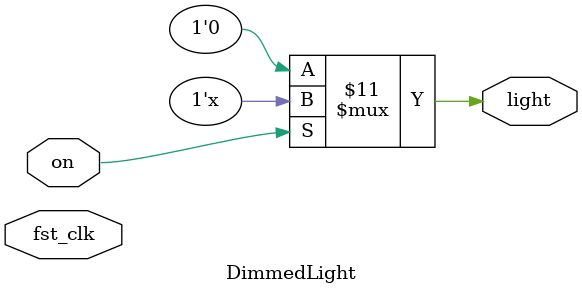
<source format=v>

module DimmedLight(input fst_clk, input on, output light);
reg [2:0] state;

ClkDiv #(.EXP(5)) clk_change();
ClkDiv #(.EXP(6)) clk_div_20();
ClkDiv #(.EXP(13)) clk_div_40();
ClkDiv #(.EXP(19)) clk_div_60();
ClkDiv #(.EXP(6)) clk_div_80();

always @ (*)
begin
    if (on)
    case(state)
        4'b0000: begin
        end
        4'b0001: ;
        4'b0010: ;
        4'b0100: ;
        4'b1000: light = 1;
        default: state = 4'b0000;
    endcase
    else
    begin
        state = 3'b0000;
        light = 0;
    end
end

endmodule

</source>
